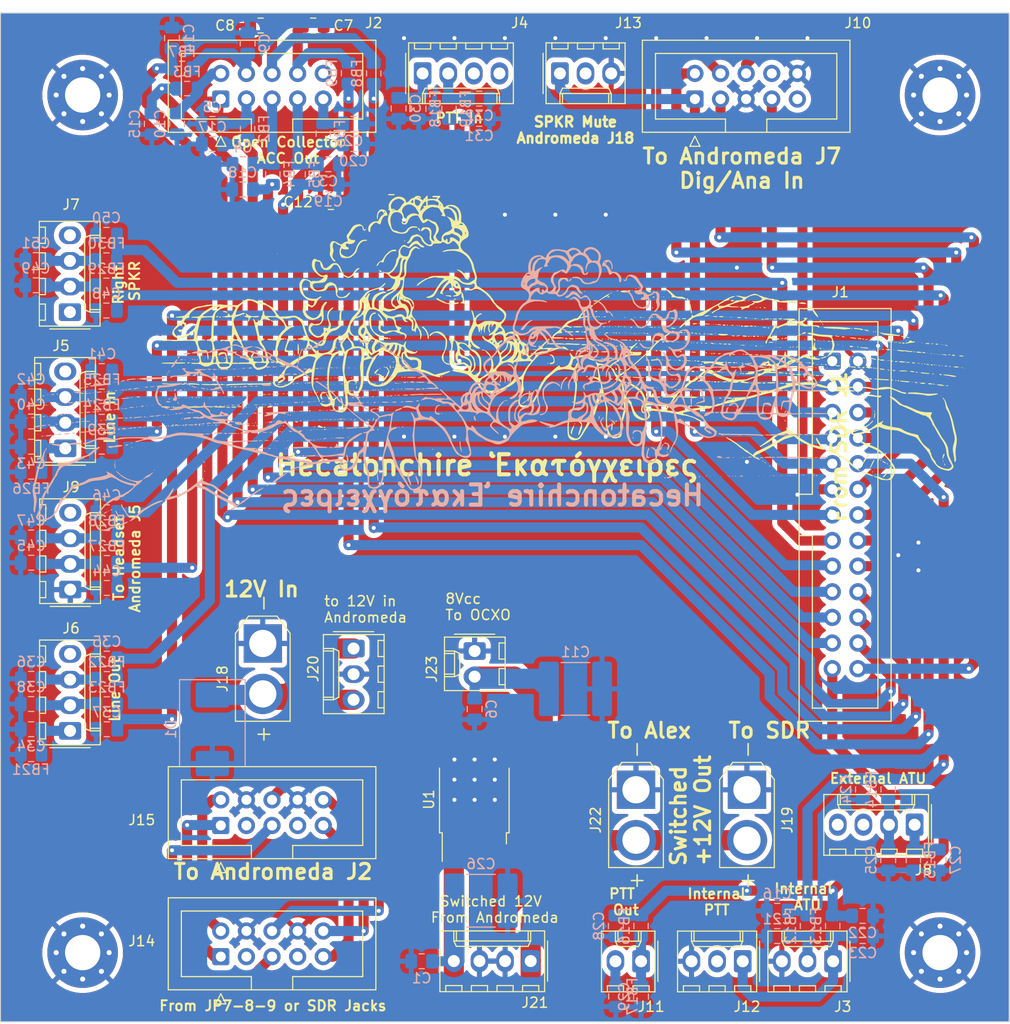
<source format=kicad_pcb>
(kicad_pcb (version 20221018) (generator pcbnew)
  (layers (0 "F.Cu" signal) (31 "B.Cu" signal) (34 "B.Paste" user) (35 "F.Paste" user) (36 "B.SilkS" user "B.Silkscreen") (37 "F.SilkS" user "F.Silkscreen") (38 "B.Mask" user) (39 "F.Mask" user) (44 "Edge.Cuts" user))
  (net 0 "")
  (net 1 "Net-(J2-Pin_9)")
  (net 2 "GND")
  (net 3 "Net-(J2-Pin_7)")
  (net 4 "Net-(J2-Pin_5)")
  (net 5 "Net-(J2-Pin_3)")
  (net 6 "Net-(J2-Pin_8)")
  (net 7 "Net-(J2-Pin_6)")
  (net 8 "Net-(J2-Pin_4)")
  (net 9 "Net-(J2-Pin_2)")
  (net 10 "OC_OUT_1")
  (net 11 "OC_OUT_3")
  (net 12 "OC_OUT_5")
  (net 13 "OC_REF")
  (net 14 "TUNE_OUT ???")
  (net 15 "OC_OUT_6")
  (net 16 "OC_OUT_4")
  (net 17 "OC_OUT_2")
  (net 18 "OC_OUT_0")
  (net 19 "Net-(J3-Pin_2)")
  (net 20 "PTT_OUT")
  (net 21 "Net-(J12-Pin_1)")
  (net 22 "Net-(J8-Pin_2)")
  (net 23 "Net-(J8-Pin_1)")
  (net 24 "Net-(J11-Pin_1)")
  (net 25 "Net-(J4-Pin_1)")
  (net 26 "PTT_IN")
  (net 27 "Net-(J4-Pin_2)")
  (net 28 "Net-(J6-Pin_1)")
  (net 29 "L_LINE_OUT")
  (net 30 "Net-(J6-Pin_3)")
  (net 31 "R_LINE_OUT")
  (net 32 "Net-(J6-Pin_2)")
  (net 33 "R_LINE_IN")
  (net 34 "Net-(J5-Pin_2)")
  (net 35 "L_LINE_IN")
  (net 36 "Net-(J5-Pin_3)")
  (net 37 "Net-(J5-Pin_1)")
  (net 38 "R_HP_OUT")
  (net 39 "Net-(J9-Pin_2)")
  (net 40 "L_HP_OUT")
  (net 41 "Net-(J9-Pin_3)")
  (net 42 "RIGHT_SPKR")
  (net 43 "Net-(J7-Pin_2)")
  (net 44 "RIGHT_SPKR1")
  (net 45 "Net-(J7-Pin_3)")
  (net 46 "Net-(J11-Pin_2)")
  (net 47 "DIG IN 1")
  (net 48 "ANA_IN_1")
  (net 49 "ANA_IN_2")
  (net 50 "DIG_IN_4")
  (net 51 "DIG IN 2")
  (net 52 "DIG_IN3")
  (net 67 "Net-(J14-Pin_1)")
  (net 68 "Net-(J14-Pin_2)")
  (net 70 "Net-(J14-Pin_5)")
  (net 71 "Net-(J14-Pin_6)")
  (net 73 "Net-(J14-Pin_9)")
  (net 74 "Net-(J14-Pin_10)")
  (net 77 "Net-(J19-Pin_2)")
  (net 78 "Net-(J23-Pin_2)")
  (net 79 "Net-(D1-K)")
  (footprint "Connector_IDC:IDC-Header_2x05_P2.54mm_Vertical" (layer "F.Cu") (at 131.84 140.54 90)
    (fp_text reference "J15")
    (fp_text value "to Andromeda J2")
  )
  (footprint "Connector_Molex:Molex_KK-254_AE-6410-03A_1x03_P2.54mm_Vertical" (layer "F.Cu") (at 145 123 -90)
    (fp_text reference "J20")
    (fp_text value "to 12V Andromeda in")
  )
  (footprint "MountingHole:MountingHole_3.5mm_Pad_Via" (layer "F.Cu") (at 118.143845 153.143845)
    (fp_text reference "H3" hide)
    (fp_text value "MountingHole_Pad")
  )
  (footprint "Connector_AMASS:AMASS_XT30U-F_1x02_P5.0mm_Vertical" (layer "F.Cu") (at 184 137 -90)
    (fp_text reference "J19")
    (fp_text value "To SDR")
  )
  (footprint "Capacitor_SMD:C_0805_2012Metric_Pad1.18x1.45mm_HandSolder" (layer "F.Cu") (at 148.75 78.75)
    (fp_text reference "C13")
    (fp_text value "10n")
  )
  (footprint "Connector_Molex:Molex_KK-254_AE-6410-04A_1x04_P2.54mm_Vertical" (layer "F.Cu") (at 116.9175 117.16 90)
    (fp_text reference "J9")
    (fp_text value "Headphone front plate")
  )
  (footprint "Connector_IDC:IDC-Header_2x13_P2.54mm_Vertical" (layer "F.Cu") (at 192.46 94.52)
    (fp_text reference "J1")
    (fp_text value "Conn from SDR J1")
  )
  (footprint "MountingHole:MountingHole_3.5mm_Pad_Via" (layer "F.Cu") (at 203.143845 68.143845)
    (fp_text reference "H1" hide)
    (fp_text value "MountingHole_Pad")
  )
  (footprint "Package_TO_SOT_SMD:TO-252-3_TabPin2" (layer "F.Cu") (at 156.97 137.96 90)
    (fp_text reference "U1")
    (fp_text value "L7808")
  )
  (footprint "Connector_Molex:Molex_KK-254_AE-6410-04A_1x04_P2.54mm_Vertical" (layer "F.Cu") (at 200.62 140.4625 180)
    (fp_text reference "J8")
    (fp_text value "Tune Ext ATU")
  )
  (footprint "Connector_Molex:Molex_KK-254_AE-6410-04A_1x04_P2.54mm_Vertical" (layer "F.Cu") (at 116.88 89.66 90)
    (fp_text reference "J7")
    (fp_text value "Right SPKR")
  )
  (footprint "Connector_AMASS:AMASS_XT30U-F_1x02_P5.0mm_Vertical" (layer "F.Cu") (at 136 122.5 -90)
    (fp_text reference "J18")
    (fp_text value "Conn_01x02_Socket")
  )
  (footprint "Connector_AMASS:AMASS_XT30U-F_1x02_P5.0mm_Vertical" (layer "F.Cu") (at 173 137 -90)
    (fp_text reference "J22")
    (fp_text value "To Alexandrie")
  )
  (footprint "Connector_Molex:Molex_KK-254_AE-6410-03A_1x03_P2.54mm_Vertical" (layer "F.Cu") (at 192.54 154 180)
    (fp_text reference "J3")
    (fp_text value "ATU Int")
  )
  (footprint "Connector_Molex:Molex_KK-254_AE-6410-04A_1x04_P2.54mm_Vertical" (layer "F.Cu") (at 162.56 153.98 180)
    (fp_text reference "J21")
    (fp_text value "Switched 12V From Andromeda")
  )
  (footprint "Capacitor_SMD:C_0805_2012Metric_Pad1.18x1.45mm_HandSolder" (layer "F.Cu") (at 141 61.25)
    (fp_text reference "C7")
    (fp_text value "10n")
  )
  (footprint "Connector_IDC:IDC-Header_2x05_P2.54mm_Vertical" (layer "F.Cu") (at 131.84 153.54 90)
    (fp_text reference "J14")
    (fp_text value "Jack_in/out")
  )
  (footprint "Capacitor_SMD:C_0805_2012Metric_Pad1.18x1.45mm_HandSolder" (layer "F.Cu") (at 142.75 78.75 180)
    (fp_text reference "C12")
    (fp_text value "10n")
  )
  (footprint "lib:hecatonghire" (layer "F.Cu") (at 166 92)
    (fp_text reference "G***" hide)
    (fp_text value "LOGO" hide)
  )
  (footprint "MountingHole:MountingHole_3.5mm_Pad_Via" (layer "F.Cu") (at 203.143845 153.143845)
    (fp_text reference "H4" hide)
    (fp_text value "MountingHole_Pad")
  )
  (footprint "MountingHole:MountingHole_3.5mm_Pad_Via" (layer "F.Cu") (at 118.143845 68.143845)
    (fp_text reference "H2" hide)
    (fp_text value "MountingHole_Pad")
  )
  (footprint "Connector_IDC:IDC-Header_2x05_P2.54mm_Vertical" (layer "F.Cu") (at 131.84 68.54 90)
    (fp_text reference "J2")
    (fp_text value "ACC Out")
  )
  (footprint "Connector_Molex:Molex_KK-254_AE-6410-03A_1x03_P2.54mm_Vertical" (layer "F.Cu") (at 165.46 66)
    (fp_text reference "J13")
    (fp_text value "SPKR Mute")
  )
  (footprint "Capacitor_SMD:C_0805_2012Metric_Pad1.18x1.45mm_HandSolder" (layer "F.Cu") (at 135.7875 61.25 180)
    (fp_text reference "C8")
    (fp_text value "10n")
  )
  (footprint "Connector_Molex:Molex_KK-254_AE-6410-02A_1x02_P2.54mm_Vertical" (layer "F.Cu") (at 157 123.25 -90)
    (fp_text reference "J23")
    (fp_text value "To OCXO")
  )
  (footprint "Connector_IDC:IDC-Header_2x05_P2.54mm_Vertical" (layer "F.Cu") (at 178.84 68.54 90)
    (fp_text reference "J10")
    (fp_text value "To Andromeda J7")
  )
  (footprint "Connector_Molex:Molex_KK-254_AE-6410-04A_1x04_P2.54mm_Vertical" (layer "F.Cu") (at 116.8975 131.16 90)
    (fp_text reference "J6")
    (fp_text value "Line Out")
  )
  (footprint "Connector_Molex:Molex_KK-254_AE-6410-02A_1x02_P2.54mm_Vertical" (layer "F.Cu") (at 173.5 154 180)
    (fp_text reference "J11")
    (fp_text value "PTT Out")
  )
  (footprint "Connector_Molex:Molex_KK-254_AE-6410-03A_1x03_P2.54mm_Vertical" (layer "F.Cu") (at 183.58 154 180)
    (fp_text reference "J12")
    (fp_text value "PTT Int")
  )
  (footprint "Connector_Molex:Molex_KK-254_AE-6410-04A_1x04_P2.54mm_Vertical" (layer "F.Cu") (at 151.8425 66)
    (fp_text reference "J4")
    (fp_text value "PTT In")
  )
  (footprint "Connector_Molex:Molex_KK-254_AE-6410-04A_1x04_P2.54mm_Vertical" (layer "F.Cu") (at 116.4175 103.16 90)
    (fp_text reference "J5")
    (fp_text value "Line In")
  )
  (footprint "Capacitor_SMD:C_0805_2012Metric_Pad1.18x1.45mm_HandSolder" (layer "B.Cu") (at 113.5 87 180)
    (fp_text reference "C49")
    (fp_text value "10n")
  )
  (footprint "Inductor_SMD:L_0805_2012Metric_Pad1.15x1.40mm_HandSolder" (layer "B.Cu") (at 113.0375 133.5)
    (fp_text reference "FB21")
    (fp_text value "fb0805")
  )
  (footprint "Inductor_SMD:L_0805_2012Metric_Pad1.15x1.40mm_HandSolder" (layer "B.Cu") (at 120.5 84.5 180)
    (fp_text reference "FB30")
    (fp_text value "fb0805")
  )
  (footprint "Inductor_SMD:L_0805_2012Metric_Pad1.15x1.40mm_HandSolder" (layer "B.Cu") (at 190 150.5 -90)
    (fp_text reference "FB12")
    (fp_text value "fb0805")
  )
  (footprint "Capacitor_SMD:C_0805_2012Metric_Pad1.18x1.45mm_HandSolder" (layer "B.Cu") (at 142.5 77)
    (fp_text reference "C19")
    (fp_text value "10n")
  )
  (footprint "Inductor_SMD:L_0805_2012Metric_Pad1.15x1.40mm_HandSolder" (layer "B.Cu") (at 154.4625 69.5 90)
    (fp_text reference "FB19")
    (fp_text value "fb0805")
  )
  (footprint "Capacitor_SMD:C_0805_2012Metric_Pad1.18x1.45mm_HandSolder" (layer "B.Cu") (at 113.0375 126 180)
    (fp_text reference "C36")
    (fp_text value "10n")
  )
  (footprint "Capacitor_SMD:C_2220_5650Metric_Pad1.97x5.40mm_HandSolder" (layer "B.Cu") (at 157.6375 148 180)
    (fp_text reference "C26")
    (fp_text value "C_Polarized_Small")
  )
  (footprint "Capacitor_SMD:C_0805_2012Metric_Pad1.18x1.45mm_HandSolder" (layer "B.Cu") (at 113.5 84.5 180)
    (fp_text reference "C51")
    (fp_text value "10n")
  )
  (footprint "Capacitor_SMD:C_0805_2012Metric_Pad1.18x1.45mm_HandSolder" (layer "B.Cu") (at 145 73)
    (fp_text reference "C20")
    (fp_text value "10n")
  )
  (footprint "Capacitor_SMD:C_0805_2012Metric_Pad1.18x1.45mm_HandSolder" (layer "B.Cu") (at 131 71 180)
    (fp_text reference "C5")
    (fp_text value "10n")
  )
  (footprint "Capacitor_SMD:C_0805_2012Metric_Pad1.18x1.45mm_HandSolder" (layer "B.Cu") (at 120.5 89.5 180)
    (fp_text reference "C48")
    (fp_text value "10n")
  )
  (footprint "Inductor_SMD:L_0805_2012Metric_Pad1.15x1.40mm_HandSolder" (layer "B.Cu") (at 200.5 143.9625 90)
    (fp_text reference "FB15")
    (fp_text value "fb0805")
  )
  (footprint "Capacitor_SMD:C_0805_2012Metric_Pad1.18x1.45mm_HandSolder" (layer "B.Cu") (at 113.0375 98 180)
    (fp_text reference "C42")
    (fp_text value "10n")
  )
  (footprint "Capacitor_SMD:C_0805_2012Metric_Pad1.18x1.45mm_HandSolder" (layer "B.Cu") (at 173.5 157.5 -90)
    (fp_text reference "C29")
    (fp_text value "10n")
  )
  (footprint "Inductor_SMD:L_0805_2012Metric_Pad1.15x1.40mm_HandSolder" (layer "B.Cu") (at 120.5375 112 180)
    (fp_text reference "FB28")
    (fp_text value "fb0805")
  )
  (footprint "Capacitor_SMD:C_0805_2012Metric_Pad1.18x1.45mm_HandSolder" (layer "B.Cu") (at 120.5375 109.5 180)
    (fp_text reference "C46")
    (fp_text value "10n")
  )
  (footprint "Capacitor_SMD:C_0805_2012Metric_Pad1.18x1.45mm_HandSolder" (layer "B.Cu") (at 120.5 82 180)
    (fp_text reference "C50")
    (fp_text value "10n")
  )
  (footprint "Capacitor_SMD:C_0805_2012Metric_Pad1.18x1.45mm_HandSolder" (layer "B.Cu") (at 145 71)
    (fp_text reference "C2")
    (fp_text value "10n")
  )
  (footprint "Capacitor_SMD:C_0805_2012Metric_Pad1.18x1.45mm_HandSolder" (layer "B.Cu") (at 134 77.5 180)
    (fp_text reference "C18")
    (fp_text value "10n")
  )
  (footprint "Capacitor_SMD:C_0805_2012Metric_Pad1.18x1.45mm_HandSolder" (layer "B.Cu") (at 120.5375 124 180)
    (fp_text reference "C35")
    (fp_text value "10n")
  )
  (footprint "Capacitor_SMD:C_0805_2012Metric_Pad1.18x1.45mm_HandSolder" (layer "B.Cu") (at 134.5 63 90)
    (fp_text reference "C9")
    (fp_text value "10n")
  )
  (footprint "Capacitor_SMD:C_0805_2012Metric_Pad1.18x1.45mm_HandSolder" (layer "B.Cu") (at 157 129 90)
    (fp_text reference "C6")
    (fp_text value "C_Small")
  )
  (footprint "Inductor_SMD:L_0805_2012Metric_Pad1.15x1.40mm_HandSolder" (layer "B.Cu") (at 120.5375 114.5 180)
    (fp_text reference "FB27")
    (fp_text value "fb0805")
  )
  (footprint "Capacitor_SMD:C_0805_2012Metric_Pad1.18x1.45mm_HandSolder" (layer "B.Cu") (at 113.0375 128.5 180)
    (fp_text reference "C38")
    (fp_text value "10n")
  )
  (footprint "Inductor_SMD:L_0805_2012Metric_Pad1.15x1.40mm_HandSolder" (layer "B.Cu") (at 128 65.5 180)
    (fp_text reference "FB7")
    (fp_text value "fb0805")
  )
  (footprint "Capacitor_SMD:C_0805_2012Metric_Pad1.18x1.45mm_HandSolder" (layer "B.Cu") (at 120.0375 95.5 180)
    (fp_text reference "C41")
    (fp_text value "10n")
  )
  (footprint "Capacitor_SMD:C_0805_2012Metric_Pad1.18x1.45mm_HandSolder" (layer "B.Cu") (at 113.0375 114.5 180)
    (fp_text reference "C45")
    (fp_text value "10n")
  )
  (footprint "Capacitor_SMD:C_0805_2012Metric_Pad1.18x1.45mm_HandSolder" (layer "B.Cu") (at 120.0375 103 180)
    (fp_text reference "C39")
    (fp_text value "10n")
  )
  (footprint "Inductor_SMD:L_0805_2012Metric_Pad1.15x1.40mm_HandSolder" (layer "B.Cu") (at 137 76 90)
    (fp_text reference "FB4")
    (fp_text value "fb0805")
  )
  (footprint "Capacitor_SMD:C_0805_2012Metric_Pad1.18x1.45mm_HandSolder" (layer "B.Cu") (at 195.4625 149.5)
    (fp_text reference "C22")
    (fp_text value "10n")
  )
  (footprint "Capacitor_SMD:C_0805_2012Metric_Pad1.18x1.45mm_HandSolder" (layer "B.Cu") (at 120.5375 117 180)
    (fp_text reference "C44")
    (fp_text value "10n")
  )
  (footprint "Capacitor_SMD:C_0805_2012Metric_Pad1.18x1.45mm_HandSolder" (layer "B.Cu") (at 142.5 75)
    (fp_text reference "C3")
    (fp_text value "10n")
  )
  (footprint "Inductor_SMD:L_0805_2012Metric_Pad1.15x1.40mm_HandSolder" (layer "B.Cu") (at 147 66 -90)
    (fp_text reference "FB8")
    (fp_text value "fb0805")
  )
  (footprint "Capacitor_SMD:C_0805_2012Metric_Pad1.18x1.45mm_HandSolder" (layer "B.Cu") (at 187 149 180)
    (fp_text reference "C16")
    (fp_text value "10n")
  )
  (footprint "Capacitor_SMD:C_2220_5650Metric_Pad1.97x5.40mm_HandSolder" (layer "B.Cu") (at 167 127 180)
    (fp_text reference "C11")
    (fp_text value "C_Polarized_Small")
  )
  (footprint "Inductor_SMD:L_0805_2012Metric_Pad1.15x1.40mm_HandSolder" (layer "B.Cu") (at 198 136.9625 -90)
    (fp_text reference "FB14")
    (fp_text value "fb0805")
  )
  (footprint "Capacitor_SMD:C_0805_2012Metric_Pad1.18x1.45mm_HandSolder" (layer "B.Cu") (at 125 71 -90)
    (fp_text reference "C15")
    (fp_text value "10n")
  )
  (footprint "Inductor_SMD:L_0805_2012Metric_Pad1.15x1.40mm_HandSolder" (layer "B.Cu") (at 120.0375 100.5 180)
    (fp_text reference "FB24")
    (fp_text value "fb0805")
  )
  (footprint "Inductor_SMD:L_0805_2012Metric_Pad1.15x1.40mm_HandSolder" (layer "B.Cu") (at 120.0375 98 180)
    (fp_text reference "FB25")
    (fp_text value "fb0805")
  )
  (footprint "Capacitor_SMD:C_0805_2012Metric_Pad1.18x1.45mm_HandSolder" (layer "B.Cu") (at 127 62.5 90)
    (fp_text reference "C14")
    (fp_text value "10n")
  )
  (footprint "Inductor_SMD:L_0805_2012Metric_Pad1.15x1.40mm_HandSolder" (layer "B.Cu") (at 142 71.975 90)
    (fp_text reference "FB6")
    (fp_text value "fb0805")
  )
  (footprint "Inductor_SMD:L_0805_2012Metric_Pad1.15x1.40mm_HandSolder" (layer "B.Cu") (at 151.4625 69.5 90)
    (fp_text reference "FB18")
    (fp_text value "fb0805")
  )
  (footprint "Capacitor_SMD:C_0805_2012Metric_Pad1.18x1.45mm_HandSolder" (layer "B.Cu") (at 113.0375 112 180)
    (fp_text reference "C47")
    (fp_text value "10n")
  )
  (footprint "Capacitor_SMD:C_0805_2012Metric_Pad1.18x1.45mm_HandSolder" (layer "B.Cu") (at 113.0375 100.5 180)
    (fp_text reference "C40")
    (fp_text value "10n")
  )
  (footprint "Capacitor_SMD:C_0805_2012Metric_Pad1.18x1.45mm_HandSolder" (layer "B.Cu") (at 134.0375 75 180)
    (fp_text reference "C4")
    (fp_text value "10n")
  )
  (footprint "Capacitor_SMD:C_0805_2012Metric_Pad1.18x1.45mm_HandSolder" (layer "B.Cu") (at 151.75 154)
    (fp_text reference "C1")
    (fp_text value "C_Small")
  )
  (footprint "Inductor_SMD:L_0805_2012Metric_Pad1.15x1.40mm_HandSolder" (layer "B.Cu") (at 192.5 150.5 -90)
    (fp_text reference "FB13")
    (fp_text value "fb0805")
  )
  (footprint "Capacitor_SMD:C_0805_2012Metric_Pad1.18x1.45mm_HandSolder" (layer "B.Cu") (at 203 143.9625 90)
    (fp_text reference "C27")
    (fp_text value "10n")
  )
  (footprint "Inductor_SMD:L_0805_2012Metric_Pad1.15x1.40mm_HandSolder" (layer "B.Cu") (at 120.5 87 180)
    (fp_text reference "FB29")
    (fp_text value "fb0805")
  )
  (footprint "Inductor_SMD:L_0805_2012Metric_Pad1.15x1.40mm_HandSolder" (layer "B.Cu") (at 144.5 65.975 -90)
    (fp_text reference "FB9")
    (fp_text value "fb0805")
  )
  (footprint "Inductor_SMD:L_0805_2012Metric_Pad1.15x1.40mm_HandSolder" (layer "B.Cu") (at 171 157.475 90)
    (fp_text reference "FB17")
    (fp_text value "fb0805")
  )
  (footprint "Inductor_SMD:L_0805_2012Metric_Pad1.15x1.40mm_HandSolder" (layer "B.Cu") (at 113.0375 105.5)
    (fp_text reference "FB26")
    (fp_text value "fb0805")
  )
  (footprint "Inductor_SMD:L_0805_2012Metric_Pad1.15x1.40mm_HandSolder" (layer "B.Cu") (at 173.5 150.5 -90)
    (fp_text reference "FB16")
    (fp_text value "fb0805")
  )
  (footprint "Capacitor_SMD:C_0805_2012Metric_Pad1.18x1.45mm_HandSolder" (layer "B.Cu") (at 131 73 180)
    (fp_text reference "C17")
    (fp_text value "10n")
  )
  (footprint "Inductor_SMD:L_0805_2012Metric_Pad1.15x1.40mm_HandSolder" (layer "B.Cu") (at 134.5 71.5 90)
    (fp_text reference "FB2")
    (fp_text value "fb0805")
  )
  (footprint "Capacitor_SMD:C_0805_2012Metric_Pad1.18x1.45mm_HandSolder" (layer "B.Cu") (at 149.4625 69.4625 90)
    (fp_text reference "C30")
    (fp_text value "10n")
  )
  (footprint "Inductor_SMD:L_0805_2012Metric_Pad1.15x1.40mm_HandSolder" (layer "B.Cu") (at 139.5 76 90)
    (fp_text reference "FB5")
    (fp_text value "fb0805")
  )
  (footprint "Inductor_SMD:L_0805_2012Metric_Pad1.15x1.40mm_HandSolder" (layer "B.Cu") (at 120.5375 126 180)
    (fp_text reference "FB22")
    (fp_text value "fb0805")
  )
  (footprint "Capacitor_SMD:C_0805_2012Metric_Pad1.18x1.45mm_HandSolder" (layer "B.Cu") (at 120.5375 131 180)
    (fp_text reference "C37")
    (fp_text value "10n")
  )
  (footprint "Capacitor_SMD:C_0805_2012Metric_Pad1.18x1.45mm_HandSolder" (layer "B.Cu") (at 127.5 71 -90)
    (fp_text reference "C10")
    (fp_text value "10n")
  )
  (footprint "Capacitor_SMD:C_0805_2012Metric_Pad1.18x1.45mm_HandSolder" (layer "B.Cu") (at 195.5 136.9625 -90)
    (fp_text reference "C24")
    (fp_text value "10n")
  )
  (footprint "Capacitor_SMD:C_0805_2012Metric_Pad1.18x1.45mm_HandSolder" (layer "B.Cu") (at 157.4625 70.5)
    (fp_text reference "C31")
    (fp_text value "10n")
  )
  (footprint "Capacitor_SMD:C_0805_2012Metric_Pad1.18x1.45mm_HandSolder" (layer "B.Cu") (at 187 151.5 180)
    (fp_text reference "C21")
    (fp_text value "10n")
  )
  (footprint "Capacitor_SMD:C_0805_2012Metric_Pad1.18x1.45mm_HandSolder" (layer "B.Cu") (at 171 150.5 -90)
    (fp_text reference "C28")
    (fp_text value "10n")
  )
  (footprint "Inductor_SMD:L_0805_2012Metric_Pad1.15x1.40mm_HandSolder" (layer "B.Cu") (at 128.5 67.5 180)
    (fp_text reference "FB3")
    (fp_text value "fb0805")
  )
  (footprint "Capacitor_SMD:C_0805_2012Metric_Pad1.18x1.45mm_HandSolder" (layer "B.Cu") (at 113.0375 103)
    (fp_text reference "C43")
    (fp_text value "10n")
  )
  (footprint "Capacitor_SMD:C_0805_2012Metric_Pad1.18x1.45mm_HandSolder" (layer "B.Cu") (at 198 143.9625 -90)
    (fp_text reference "C25")
    (fp_text value "10n")
  )
  (footprint "Capacitor_SMD:C_0805_2012Metric_Pad1.18x1.45mm_HandSolder" (layer "B.Cu") (at 195.4625 151.5)
    (fp_text reference "C23")
    (fp_text value "10n")
  )
  (footprint "Diode_SMD:D_SMC" (layer "B.Cu") (at 131 131 -90)
    (fp_text reference "D1")
    (fp_text value "SS36")
  )
  (footprint "lib:hecatonghire" (layer "B.Cu") (at 152 97 180)
    (fp_text reference "G***" hide)
    (fp_text value "LOGO" hide)
  )
  (footprint "Capacitor_SMD:C_0805_2012Metric_Pad1.18x1.45mm_HandSolder" (layer "B.Cu") (at 157.4625 68.5)
    (fp_text reference "C32")
    (fp_text value "10n")
  )
  (footprint "Inductor_SMD:L_0805_2012Metric_Pad1.15x1.40mm_HandSolder" (layer "B.Cu") (at 120.5375 128.5 180)
    (fp_text reference "FB23")
    (fp_text value "fb0805")
  )
  (footprint "Capacitor_SMD:C_0805_2012Metric_Pad1.18x1.45mm_HandSolder" (layer "B.Cu") (at 113.0375 131)
    (fp_text reference "C34")
    (fp_text value "10n")
  )
  (gr_rect (start 110 60) (end 210 160) (stroke (width 0.1)) (fill none) (layer "Edge.Cuts"))
  (gr_text "Hecatonchire Ἑκατόγχειρες " (at 158 109) (layer "B.SilkS") (effects (font (size 2 2) (thickness 0.4) bold) (justify bottom mirror)))
  (gr_text "Hecatonchire Ἑκατόγχειρες " (at 159 106) (layer "F.SilkS") (effects (font (size 2 2) (thickness 0.4) bold) (justify bottom)))
  (gr_text "From JP7-8-9 or SDR Jacks" (at 137 159) (layer "F.SilkS") (effects (font (size 1 1) (thickness 0.2) bold) (justify bottom)))
  (gr_text "PTT \nOut" (at 172 149.5) (layer "F.SilkS") (effects (font (size 1 1) (thickness 0.2) bold) (justify bottom)))
  (gr_text "Switched 12V \nFrom Andromeda" (at 159 150.25) (layer "F.SilkS") (effects (font (size 1 1)) (justify bottom)))
  (gr_text "Line Out" (at 121.9175 127.07 90) (layer "F.SilkS") (effects (font (size 1 1) (thickness 0.2) bold) (justify bottom)))
  (gr_text "SPKR Mute\nAndromeda J18" (at 167 73) (layer "F.SilkS") (effects (font (size 1 1) (thickness 0.25) bold) (justify bottom)))
  (gr_text "Internal \nATU" (at 190 149) (layer "F.SilkS") (effects (font (size 1 1) (thickness 0.2) bold) (justify bottom)))
  (gr_text "Switched\n+12V Out" (at 180.5 144.71 90) (layer "F.SilkS") (effects (font (size 1.5 1.5) (thickness 0.3) bold) (justify left bottom)))
  (gr_text "To Andromeda J2" (at 127 146) (layer "F.SilkS") (effects (font (size 1.5 1.5) (thickness 0.3) bold) (justify left bottom)))
  (gr_text "To Headset\nAndromeda J5" (at 123.9175 114.07 90) (layer "F.SilkS") (effects (font (size 1 1) (thickness 0.2) bold) (justify bottom)))
  (gr_text "External ATU" (at 197 136.4625) (layer "F.SilkS") (effects (font (size 1 1) (thickness 0.2) bold) (justify bottom)))
  (gr_text "Internal\nPTT\n" (at 181 149.5) (layer "F.SilkS") (effects (font (size 1 1) (thickness 0.2) bold) (justify bottom)))
  (gr_text "To Alex" (at 170 132) (layer "F.SilkS") (effects (font (size 1.5 1.5) (thickness 0.3) bold) (justify left bottom)))
  (gr_text "Line In" (at 121.4175 100.07 90) (layer "F.SilkS") (effects (font (size 1 1) (thickness 0.2) bold) (justify bottom)))
  (gr_text "8Vcc\nTo OCXO\n\n" (at 154.01 121.87) (layer "F.SilkS") (effects (font (size 1 1)) (justify left bottom)))
  (gr_text "PTT In" (at 155.4625 71) (layer "F.SilkS") (effects (font (size 1 1) (thickness 0.2) bold) (justify bottom)))
  (gr_text "To SDR" (at 182 132) (layer "F.SilkS") (effects (font (size 1.5 1.5) (thickness 0.3) bold) (justify left bottom)))
  (gr_text "To Andromeda J7\nDig/Ana In" (at 183.5 77.5) (layer "F.SilkS") (effects (font (size 1.5 1.5) (thickness 0.3) bold) (justify bottom)))
  (gr_text "Open Collector\nACC Out" (at 138.5 75) (layer "F.SilkS") (effects (font (size 1 1) (thickness 0.2) bold) (justify bottom)))
  (gr_text "Right \nSPKR" (at 123.88 86.57 90) (layer "F.SilkS") (effects (font (size 1 1) (thickness 0.2) bold) (justify bottom)))
  (gr_text "to 12V in \nAndromeda " (at 142 120.5) (layer "F.SilkS") (effects (font (size 1 1)) (justify left bottom)))
  (gr_text "From SDR J1" (at 194 103 90) (layer "F.SilkS") (effects (font (size 1.5 1.5) (thickness 0.3) bold) (justify bottom)))
  (gr_text "12V In" (at 132 118) (layer "F.SilkS") (effects (font (size 1.5 1.5) (thickness 0.3) bold) (justify left bottom)))
  (segment (start 142 68.54) (end 142 70.95) (width 1) (layer "B.Cu") (net 1))
  (segment (start 142 70.95) (end 143.9125 70.95) (width 1) (layer "B.Cu") (net 1))
  (segment (start 143.9125 70.95) (end 143.9625 71) (width 1) (layer "B.Cu") (net 1))
  (segment (start 155 136) (end 157 136) (width 1) (layer "F.Cu") (net 2))
  (segment (start 157 134) (end 155 134) (width 1) (layer "F.Cu") (net 2))
  (segment (start 159 136) (end 159 134) (width 1) (layer "F.Cu") (net 2))
  (segment (start 157 138) (end 157 136) (width 1) (layer "F.Cu") (net 2))
  (segment (start 155 134) (end 155 136) (width 1) (layer "F.Cu") (net 2))
  (segment (start 157 138) (end 159 138) (width 1) (layer "F.Cu") (net 2))
  (segment (start 159 138) (end 159 136) (width 1) (layer "F.Cu") (net 2))
  (segment (start 159 134) (end 157 134) (width 1) (layer "F.Cu") (net 2))
  (segment (start 157 136) (end 159 136) (width 1) (layer "F.Cu") (net 2))
  (segment (start 157 134) (end 157 136) (width 1) (layer "F.Cu") (net 2))
  (segment (start 155 138) (end 157 138) (width 1) (layer "F.Cu") (net 2))
  (via (at 180 62.5) (size 0.8) (drill 0.4) (layers "F.Cu" "B.Cu") (net 2))
  (via (at 155 62.5) (size 0.8) (drill 0.4) (layers "F.Cu" "B.Cu") (net 2))
  (via (at 183 85.25) (size 0.8) (drill 0.4) (layers "F.Cu" "B.Cu") (net 2))
  (via (at 155 136) (size 0.8) (drill 0.4) (layers "F.Cu" "B.Cu") (net 2))
  (via (at 157 134) (size 0.8) (drill 0.4) (layers "F.Cu" "B.Cu") (net 2))
  (via (at 170 102) (size 0.8) (drill 0.4) (layers "F.Cu" "B.Cu") (net 2))
  (via (at 159 134) (size 0.8) (drill 0.4) (layers "F.Cu" "B.Cu") (net 2))
  (via (at 190 62.5) (size 0.8) (drill 0.4) (layers "F.Cu" "B.Cu") (net 2))
  (via (at 160 80) (size 0.8) (drill 0.4) (layers "F.Cu" "B.Cu") (net 2))
  (via (at 160 102) (size 0.8) (drill 0.4) (layers "F.Cu" "B.Cu") (net 2))
  (via (at 170 62.5) (size 0.8) (drill 0.4) (layers "F.Cu" "B.Cu") (net 2))
  (via (at 155 134) (size 0.8) (drill 0.4) (layers "F.Cu" "B.Cu") (net 2))
  (via (at 199 113.75) (size 0.8) (drill 0.4) (layers "F.Cu" "B.Cu") (net 2))
  (via (at 150 80.5) (size 0.8) (drill 0.4) (layers "F.Cu" "B.Cu") (net 2))
  (via (at 155 102) (size 0.8) (drill 0.4) (layers "F.Cu" "B.Cu") (net 2))
  (via (at 165 102) (size 0.8) (drill 0.4) (layers "F.Cu" "B.Cu") (net 2))
  (via (at 201 112.5) (size 0.8) (drill 0.4) (layers "F.Cu" "B.Cu") (net 2))
  (via (at 159 138) (size 0.8) (drill 0.4) (layers "F.Cu" "B.Cu") (net 2))
  (via (at 157 136) (size 0.8) (drill 0.4) (layers "F.Cu" "B.Cu") (net 2))
  (via (at 165 62.5) (size 0.8) (drill 0.4) (layers "F.Cu" "B.Cu") (net 2))
  (via (at 189 107.75) (size 0.8) (drill 0.4) (layers "F.Cu" "B.Cu") (net 2))
  (via (at 170 80) (size 0.8) (drill 0.4) (layers "F.Cu" "B.Cu") (net 2))
  (via (at 157 138) (size 0.8) (drill 0.4) (layers "F.Cu" "B.Cu") (net 2))
  (via (at 150 102) (size 0.8) (drill 0.4) (layers "F.Cu" "B.Cu") (net 2))
  (via (at 201 115.25) (size 0.8) (drill 0.4) (layers "F.Cu" "B.Cu") (net 2))
  (via (at 165 80) (size 0.8) (drill 0.4) (layers "F.Cu" "B.Cu") (net 2))
  (via (at 184 104.5) (size 0.8) (drill 0.4) (layers "F.Cu" "B.Cu") (net 2))
  (via (at 150 62.5) (size 0.8) (drill 0.4) (layers "F.Cu" "B.Cu") (net 2))
  (via (at 175 62.5) (size 0.8) (drill 0.4) (layers "F.Cu" "B.Cu") (net 2))
  (via (at 159 136) (size 0.8) (drill 0.4) (layers "F.Cu" "B.Cu") (net 2))
  (via (at 185 62.5) (size 0.8) (drill 0.4) (layers "F.Cu" "B.Cu") (net 2))
  (via (at 155 138) (size 0.8) (drill 0.4) (layers "F.Cu" "B.Cu") (net 2))
  (via (at 160 62.5) (size 0.8) (drill 0.4) (layers "F.Cu" "B.Cu") (net 2))
  (segment (start 139.46 68.54) (end 139.46 74.935) (width 1) (layer "B.Cu") (net 3))
  (segment (start 139.46 74.935) (end 139.5 74.975) (width 1) (layer "B.Cu") (net 3))
  (segment (start 139.5 74.975) (end 141.4375 74.975) (width 1) (layer "B.Cu") (net 3))
  (segment (start 141.4375 74.975) (end 141.4625 75) (width 1) (layer "B.Cu") (net 3))
  (segment (start 136.92 68.54) (end 136.92 74.895) (width 1) (layer "B.Cu") (net 4))
  (segment (start 137 74.975) (end 135.1 74.975) (width 1) (layer "B.Cu") (net 4))
  (segment (start 135.1 74.975) (end 135.075 75) (width 1) (layer "B.Cu") (net 4))
  (segment (start 136.92 74.895) (end 137 74.975) (width 1) (layer "B.Cu") (net 4))
  (segment (start 134.38 68.54) (end 134.38 70.355) (width 1) (layer "B.Cu") (net 5))
  (segment (start 132.0375 71) (end 133.975 71) (width 1) (layer "B.Cu") (net 5))
  (segment (start 134.38 70.355) (end 134.5 70.475) (width 1) (layer "B.Cu") (net 5))
  (segment (start 133.975 71) (end 134.5 70.475) (width 1) (layer "B.Cu") (net 5))
  (segment (start 139.46 66) (end 139.46 61.7525) (width 1) (layer "F.Cu") (net 6))
  (segment (start 139.46 61.7525) (end 139.9625 61.25) (width 1) (layer "F.Cu") (net 6))
  (segment (start 139.46 66) (end 139.46 65.02) (width 1) (layer "B.Cu") (net 6))
  (segment (start 140.48 64) (end 143.55 64) (width 1) (layer "B.Cu") (net 6))
  (segment (start 143.55 64) (end 144.5 64.95) (width 1) (layer "B.Cu") (net 6))
  (segment (start 139.46 65.02) (end 140.48 64) (width 1) (layer "B.Cu") (net 6))
  (segment (start 136.92 61.345) (end 136.825 61.25) (width 1) (layer "F.Cu") (net 7))
  (segment (start 136.92 66) (end 136.92 61.345) (width 1) (layer "F.Cu") (net 7))
  (segment (start 139 62.5) (end 145 62.5) (width 1) (layer "B.Cu") (net 7))
  (segment (start 145 62.5) (end 147 64.5) (width 1) (layer "B.Cu") (net 7))
  (segment (start 147 64.5) (end 147 64.975) (width 1) (layer "B.Cu") (net 7))
  (segment (start 136.92 64.58) (end 139 62.5) (width 1) (layer "B.Cu") (net 7))
  (segment (start 136.92 66) (end 136.92 64.58) (width 1) (layer "B.Cu") (net 7))
  (segment (start 134.38 66) (end 134.38 64.1575) (width 1) (layer "B.Cu") (net 8))
  (segment (start 129.025 65.475) (end 130.5 64) (width 1) (layer "B.Cu") (net 8))
  (segment (start 130.5 64) (end 133 64) (width 1) (layer "B.Cu") (net 8))
  (segment (start 133 64) (end 134.38 65.38) (width 1) (layer "B.Cu") (net 8))
  (segment (start 134.38 65.38) (end 134.38 66) (width 1) (layer "B.Cu") (net 8))
  (segment (start 129.025 65.5) (end 129.025 65.475) (width 1) (layer "B.Cu") (net 8))
  (segment (start 134.38 64.1575) (end 134.5 64.0375) (width 1) (layer "B.Cu") (net 8))
  (segment (start 127.5 69.9625) (end 129.525 67.9375) (width 1) (layer "B.Cu") (net 9))
  (segment (start 131.84 66) (end 131.025 66) (width 1) (layer "B.Cu") (net 9))
  (segment (start 129.525 67.9375) (end 129.525 67.5) (width 1) (layer "B.Cu") (net 9))
  (segment (start 131.025 66) (end 129.525 67.5) (width 1) (layer "B.Cu") (net 9))
  (segment (start 195 114.84) (end 197.34 114.84) (width 1) (layer "F.Cu") (net 10))
  (segment (start 197.34 114.84) (end 202 119.5) (width 1) (layer "F.Cu") (net 10))
  (segment (start 143.7875 78.75) (end 143.999999 78.75) (width 0.25) (layer "F.Cu") (net 10))
  (segment (start 202 119.5) (end 202 131.5) (width 1) (layer "F.Cu") (net 10))
  (segment (start 144.499999 68.499999) (end 144.499999 78.25) (width 1) (layer "F.Cu") (net 10))
  (segment (start 144.499999 112.749999) (end 144.5 112.75) (width 1) (layer "F.Cu") (net 10))
  (segment (start 144.499999 78.25) (end 144.499999 112.749999) (width 1) (layer "F.Cu") (net 10))
  (segment (start 143.999999 78.75) (end 144.499999 78.25) (width 0.25) (layer "F.Cu") (net 10))
  (via (at 144.499999 68.499999) (size 0.8) (drill 0.4) (layers "F.Cu" "B.Cu") (net 10))
  (via (at 144.5 112.75) (size 0.8) (drill 0.4) (layers "F.Cu" "B.Cu") (net 10))
  (via (at 202 131.5) (size 0.8) (drill 0.4) (layers "F.Cu" "B.Cu") (net 10))
  (segment (start 191 132.5) (end 186.25 127.75) (width 1) (layer "B.Cu") (net 10))
  (segment (start 144.5 67) (end 144.5 68.499998) (width 1) (layer "B.Cu") (net 10))
  (segment (start 186.25 125.5) (end 173.5 112.75) (width 1) (layer "B.Cu") (net 10))
  (segment (start 173.5 112.75) (end 144.5 112.75) (width 1) (layer "B.Cu") (net 10))
  (segment (start 186.25 127.75) (end 186.25 125.5) (width 1) (layer "B.Cu") (net 10))
  (segment (start 202 131.5) (end 201 132.5) (width 1) (layer "B.Cu") (net 10))
  (segment (start 144.5 68.499998) (end 144.499999 68.499999) (width 1) (layer "B.Cu") (net 10))
  (segment (start 201 132.5) (end 191 132.5) (width 1) (layer "B.Cu") (net 10))
  (segment (start 147.5 78.75) (end 147 78.25) (width 0.25) (layer "F.Cu") (net 11))
  (segment (start 147 78.25) (end 147 111.0505) (width 1) (layer "F.Cu") (net 11))
  (segment (start 195 117.38) (end 200.75 123.13) (width 1) (layer "F.Cu") (net 11))
  (segment (start 147 68.5) (end 147 78.25) (width 1) (layer "F.Cu") (net 11))
  (segment (start 200.75 123.13) (end 200.75 129.75) (width 1) (layer "F.Cu") (net 11))
  (segment (start 147.7125 78.75) (end 147.5 78.75) (width 0.25) (layer "F.Cu") (net 11))
  (via (at 200.75 129.75) (size 0.8) (drill 0.4) (layers "F.Cu" "B.Cu") (net 11))
  (via (at 147 111.0505) (size 0.8) (drill 0.4) (layers "F.Cu" "B.Cu") (net 11))
  (via (at 147 68.5) (size 0.8) (drill 0.4) (layers "F.Cu" "B.Cu") (net 11))
  (segment (start 191.25 131) (end 187.5 127.25) (width 1) (layer "B.Cu") (net 11))
  (segment (start 147 67.025) (end 147 68.5) (width 1) (layer "B.Cu") (net 11))
  (segment (start 187.5 125) (end 173.5 111) (width 1) (layer "B.Cu") (net 11))
  (segment (start 147.0505 111) (end 147 111.0505) (width 1) (layer "B.Cu") (net 11))
  (segment (start 199.5 131) (end 191.25 131) (width 1) (layer "B.Cu") (net 11))
  (segment (start 200.75 129.75) (end 199.5 131) (width 1) (layer "B.Cu") (net 11))
  (segment (start 173.5 111) (end 147.0505 111) (width 1) (layer "B.Cu") (net 11))
  (segment (start 187.5 127.25) (end 187.5 125) (width 1) (layer "B.Cu") (net 11))
  (segment (start 199.5 124.42) (end 199.5 128.5) (width 1) (layer "F.Cu") (net 12))
  (segment (start 132 109.5) (end 132.5 110) (width 1) (layer "F.Cu") (net 12))
  (segment (start 132 76.5) (end 132 109.5) (width 1) (layer "F.Cu") (net 12))
  (segment (start 124.5 66.5) (end 124.5 69) (width 1) (layer "F.Cu") (net 12))
  (segment (start 125.5 65.5) (end 124.5 66.5) (width 1) (layer "F.Cu") (net 12))
  (segment (start 124.5 69) (end 132 76.5) (width 1) (layer "F.Cu") (net 12))
  (segment (start 195 119.92) (end 199.5 124.42) (width 1) (layer "F.Cu") (net 12))
  (via (at 199.5 128.5) (size 0.8) (drill 0.4) (layers "F.Cu" "B.Cu") (net 12))
  (via (at 125.5 65.5) (size 0.8) (drill 0.4) (layers "F.Cu" "B.Cu") (net 12))
  (via (at 132.5 110) (size 0.8) (drill 0.4) (layers "F.Cu" "B.Cu") (net 12))
  (segment (start 126.975 65.5) (end 126.975 63.5625) (width 1) (layer "B.Cu") (net 12))
  (segment (start 126.975 63.5625) (end 127 63.5375) (width 1) (layer "B.Cu") (net 12))
  (segment (start 174.19635 109.75) (end 188.75 124.30365) (width 1) (layer "B.Cu") (net 12))
  (segment (start 132.75 109.75) (end 174.19635 109.75) (width 1) (layer "B.Cu") (net 12))
  (segment (start 126.975 65.5) (end 125.5 65.5) (width 1) (layer "B.Cu") (net 12))
  (segment (start 188.75 124.30365) (end 188.75 126.75) (width 1) (layer "B.Cu") (net 12))
  (segment (start 188.75 126.75) (end 191.75 129.75) (width 1) (layer "B.Cu") (net 12))
  (segment (start 191.75 129.75) (end 198.25 129.75) (width 1) (layer "B.Cu") (net 12))
  (segment (start 198.25 129.75) (end 199.5 128.5) (width 1) (layer "B.Cu") (net 12))
  (segment (start 132.5 110) (end 132.75 109.75) (width 1) (layer "B.Cu") (net 12))
  (segment (start 195 122.46) (end 198.25 125.71) (width 1) (layer "F.Cu") (net 13))
  (segment (start 198.25 125.71) (end 198.25 127.25) (width 1) (layer "F.Cu") (net 13))
  (segment (start 126.000001 68.000001) (end 126.000001 67.499999) (width 1) (layer "F.Cu") (net 13))
  (segment (start 133.500001 75.500001) (end 126.000001 68.000001) (width 1) (layer "F.Cu") (net 13))
  (segment (start 133.500001 108.499999) (end 133.500001 75.500001) (width 1) (layer "F.Cu") (net 13))
  (via (at 126.000001 67.499999) (size 0.8) (drill 0.4) (layers "F.Cu" "B.Cu") (net 13))
  (via (at 198.25 127.25) (size 0.8) (drill 0.4) (layers "F.Cu" "B.Cu") (net 13))
  (via (at 133.500001 108.499999) (size 0.8) (drill 0.4) (layers "F.Cu" "B.Cu") (net 13))
  (segment (start 192.25 128.5) (end 197 128.5) (width 1) (layer "B.Cu") (net 13))
  (segment (start 126.000002 67.5) (end 126.000001 67.499999) (width 1) (layer "B.Cu") (net 13))
  (segment (start 125 69.9625) (end 125 68.5) (width 1) (layer "B.Cu") (net 13))
  (segment (start 190.25 124.1073) (end 190.25 126.5) (width 1) (layer "B.Cu") (net 13))
  (segment (start 133.500001 108.499999) (end 174.6427 108.5) (width 1) (layer "B.Cu") (net 13))
  (segment (start 127.475 67.5) (end 126.000002 67.5) (width 1) (layer "B.Cu") (net 13))
  (segment (start 125 68.5) (end 126.000001 67.499999) (width 1) (layer "B.Cu") (net 13))
  (segment (start 190.25 126.5) (end 192.25 128.5) (width 1) (layer "B.Cu") (net 13))
  (segment (start 174.6427 108.5) (end 190.25 124.1073) (width 1) (layer "B.Cu") (net 13))
  (segment (start 197 128.5) (end 198.25 127.25) (width 1) (layer "B.Cu") (net 13))
  (segment (start 203.499999 134.499999) (end 203.5 134.5) (width 1) (layer "F.Cu") (net 14))
  (segment (start 203.499999 108.000001) (end 203.499999 134.499999) (width 1) (layer "F.Cu") (net 14))
  (via (at 203.5 134.5) (size 0.8) (drill 0.4) (layers "F.Cu" "B.Cu") (net 14))
  (via (at 203.499999 108.000001) (size 0.8) (drill 0.4) (layers "F.Cu" "B.Cu") (net 14))
  (segment (start 190 149.475) (end 190 139) (width 1) (layer "B.Cu") (net 14))
  (segment (start 193.075 135.925) (end 195.5 135.925) (width 1) (layer "B.Cu") (net 14))
  (segment (start 198 135.9375) (end 198.025 135.9625) (width 1) (layer "B.Cu") (net 14))
  (segment (start 195.5125 135.9375) (end 195.5 135.925) (width 1) (layer "B.Cu") (net 14))
  (segment (start 200.179998 104.68) (end 203.499999 108.000001) (width 1) (layer "B.Cu") (net 14))
  (segment (start 195 104.68) (end 200.179998 104.68) (width 1) (layer "B.Cu") (net 14))
  (segment (start 198 135.9375) (end 202.0625 135.9375) (width 1) (layer "B.Cu") (net 14))
  (segment (start 198 135.9375) (end 195.5125 135.9375) (width 1) (layer "B.Cu") (net 14))
  (segment (start 198 135.9375) (end 197.975 135.9625) (width 1) (layer "B.Cu") (net 14))
  (segment (start 202.0625 135.9375) (end 203.5 134.5) (width 1) (layer "B.Cu") (net 14))
  (segment (start 188.0375 149) (end 189.525 149) (width 1) (layer "B.Cu") (net 14))
  (segment (start 190 139) (end 193.075 135.925) (width 1) (layer "B.Cu") (net 14))
  (segment (start 135 73.974998) (end 134.025002 73) (width 1) (layer "F.Cu") (net 15))
  (segment (start 135 107.25) (end 135 73.974998) (width 1) (layer "F.Cu") (net 15))
  (via (at 135 107.25) (size 0.8) (drill 0.4) (layers "F.Cu" "B.Cu") (net 15))
  (via (at 134.025002 73) (size 0.8) (drill 0.4) (layers "F.Cu" "B.Cu") (net 15))
  (segment (start 132.0375 73) (end 134.025 73) (width 1) (layer "B.Cu") (net 15))
  (segment (start 175.08905 107.25) (end 135 107.25) (width 1) (layer "B.Cu") (net 15))
  (segment (start 192.46 122.46) (end 190.29905 122.46) (width 1) (layer "B.Cu") (net 15))
  (segment (start 190.29905 122.46) (end 175.08905 107.25) (width 1) (layer "B.Cu") (net 15))
  (segment (start 134.025 73) (end 134.5 72.525) (width 1) (layer "B.Cu") (net 15))
  (segment (start 136.930495 76.992) (end 136.514068 77.408427) (width 1) (layer "F.Cu") (net 16))
  (segment (start 136.514068 77.408427) (end 136.514068 106.0505) (width 1) (layer "F.Cu") (net 16))
  (via (at 136.930495 76.992) (size 0.8) (drill 0.4) (layers "F.Cu" "B.Cu") (net 16))
  (via (at 136.514068 106.0505) (size 0.8) (drill 0.4) (layers "F.Cu" "B.Cu") (net 16))
  (segment (start 189.4554 119.92) (end 175.585899 106.050499) (width 1) (layer "B.Cu") (net 16))
  (segment (start 137 77.025) (end 136.967 76.992) (width 1) (layer "B.Cu") (net 16))
  (segment (start 175.585899 106.050499) (end 136.514068 106.0505) (width 1) (layer "B.Cu") (net 16))
  (segment (start 136.967 76.992) (end 136.930495 76.992) (width 1) (layer "B.Cu") (net 16))
  (segment (start 135.0375 77.5) (end 136.422495 77.5) (width 1) (layer "B.Cu") (net 16))
  (segment (start 192.46 119.92) (end 189.4554 119.92) (width 1) (layer "B.Cu") (net 16))
  (segment (start 136.422495 77.5) (end 136.930495 76.992) (width 1) (layer "B.Cu") (net 16))
  (segment (start 138.014068 79) (end 138.014068 104.851) (width 1) (layer "F.Cu") (net 17))
  (via (at 138.014068 104.851) (size 0.8) (drill 0.4) (layers "F.Cu" "B.Cu") (net 17))
  (via (at 138.014068 79) (size 0.8) (drill 0.4) (layers "F.Cu" "B.Cu") (net 17))
  (segment (start 139.5 77.025) (end 139.5 77.514068) (width 1) (layer "B.Cu") (net 17))
  (segment (start 139.5 77.025) (end 141.4375 77.025) (width 1) (layer "B.Cu") (net 17))
  (segment (start 141.4375 77.025) (end 141.4625 77) (width 1) (layer "B.Cu") (net 17))
  (segment (start 192.46 117.38) (end 188.61175 117.38) (width 1) (layer "B.Cu") (net 17))
  (segment (start 176.082748 104.850998) (end 138.014068 104.851) (width 1) (layer "B.Cu") (net 17))
  (segment (start 139.5 77.514068) (end 138.014068 79) (width 1) (layer "B.Cu") (net 17))
  (segment (start 188.61175 117.38) (end 176.082748 104.850998) (width 1) (layer "B.Cu") (net 17))
  (segment (start 143 73) (end 139.5 76.5) (width 1) (layer "F.Cu") (net 18))
  (segment (start 139.5 76.5) (end 139.500001 103.5) (width 1) (layer "F.Cu") (net 18))
  (via (at 143 73) (size 0.8) (drill 0.4) (layers "F.Cu" "B.Cu") (net 18))
  (via (at 139.500001 103.5) (size 0.8) (drill 0.4) (layers "F.Cu" "B.Cu") (net 18))
  (segment (start 192.16 114.84) (end 192.07 114.75) (width 1) (layer "B.Cu") (net 18))
  (segment (start 142 73) (end 143.9625 73) (width 1) (layer "B.Cu") (net 18))
  (segment (start 192.07 114.75) (end 187.75 114.75) (width 1) (layer "B.Cu") (net 18))
  (segment (start 187.75 114.75) (end 176.5 103.5) (width 1) (layer "B.Cu") (net 18))
  (segment (start 176.5 103.5) (end 139.500001 103.5) (width 1) (layer "B.Cu") (net 18))
  (segment (start 190 154) (end 190 151.525) (width 1) (layer "B.Cu") (net 19))
  (segment (start 190 151.525) (end 188.525 151.525) (width 1) (layer "B.Cu") (net 19))
  (segment (start 192.5 147) (end 184 147) (width 1) (layer "F.Cu") (net 20))
  (segment (start 195.25 144.25) (end 202.25 144.25) (width 1) (layer "F.Cu") (net 20))
  (segment (start 203.5 143) (end 203.5 139) (width 1) (layer "F.Cu") (net 20))
  (segment (start 197.75 137.5) (end 192.46 132.21) (width 1) (layer "F.Cu") (net 20))
  (segment (start 192.46 132.21) (end 192.46 125) (width 1) (layer "F.Cu") (net 20))
  (segment (start 202.25 144.25) (end 203.5 143) (width 1) (layer "F.Cu") (net 20))
  (segment (start 203.5 139) (end 202 137.5) (width 1) (layer "F.Cu") (net 20))
  (segment (start 202 137.5) (end 197.75 137.5) (width 1) (layer "F.Cu") (net 20))
  (segment (start 192.5 147) (end 195.25 144.25) (width 1) (layer "F.Cu") (net 20))
  (via (at 184 147) (size 0.8) (drill 0.4) (layers "F.Cu" "B.Cu") (net 20))
  (via (at 192.5 147) (size 0.8) (drill 0.4) (layers "F.Cu" "B.Cu") (net 20))
  (segment (start 192.525 149.5) (end 192.5 149.475) (width 1) (layer "B.Cu") (net 20))
  (segment (start 172.5 149.475) (end 171.0125 149.475) (width 1) (layer "B.Cu") (net 20))
  (segment (start 175.975 147) (end 173.5 149.475) (width 1) (layer "B.Cu") (net 20))
  (segment (start 194.425 149.5) (end 192.525 149.5) (width 1) (layer "B.Cu") (net 20))
  (segment (start 192.5 149.475) (end 192.5 147) (width 1) (layer "B.Cu") (net 20))
  (segment (start 184 147) (end 175.975 147) (width 1) (layer "B.Cu") (net 20))
  (segment (start 173.5 149.475) (end 172.5 149.475) (width 1) (layer "B.Cu") (net 20))
  (segment (start 171.0125 149.475) (end 171 149.4625) (width 1) (layer "B.Cu") (net 20))
  (segment (start 194.425 151.5) (end 192.525 151.5) (width 1) (layer "B.Cu") (net 21))
  (segment (start 183.58 156.58) (end 183.58 154) (width 1) (layer "B.Cu") (net 21))
  (segment (start 192.54 155.96) (end 192.54 154) (width 1) (layer "B.Cu") (net 21))
  (segment (start 192.54 154) (end 192.54 151.565) (width 1) (layer "B.Cu") (net 21))
  (segment (start 192.54 151.565) (end 192.5 151.525) (width 1) (layer "B.Cu") (net 21))
  (segment (start 191 157.5) (end 184.5 157.5) (width 1) (layer "B.Cu") (net 21))
  (segment (start 191 157.5) (end 192.54 155.96) (width 1) (layer "B.Cu") (net 21))
  (segment (start 184.5 157.5) (end 183.58 156.58) (width 1) (layer "B.Cu") (net 21))
  (segment (start 192.525 151.5) (end 192.5 151.525) (width 1) (layer "B.Cu") (net 21))
  (segment (start 198.08 142.845) (end 198 142.925) (width 1) (layer "B.Cu") (net 22))
  (segment (start 198.08 140.4625) (end 198.08 138.0675) (width 1) (layer "B.Cu") (net 22))
  (segment (start 198.08 140.4625) (end 198.08 142.845) (width 1) (layer "B.Cu") (net 22))
  (segment (start 198.08 138.0675) (end 198 137.9875) (width 1) (layer "B.Cu") (net 22))
  (segment (start 200.5 142.9375) (end 202.9875 142.9375) (width 1) (layer "B.Cu") (net 23))
  (segment (start 200.62 140.4625) (end 200.62 142.8175) (width 1) (layer "B.Cu") (net 23))
  (segment (start 200.62 142.8175) (end 200.5 142.9375) (width 1) (layer "B.Cu") (net 23))
  (segment (start 202.9875 142.9375) (end 203 142.925) (width 1) (layer "B.Cu") (net 23))
  (segment (start 173.5 154) (end 173.5 156.4625) (width 1) (layer "B.Cu") (net 24))
  (segment (start 173.5 154) (end 173.5 151.525) (width 1) (layer "B.Cu") (net 24))
  (segment (start 149.4625 68.425) (end 151.4125 68.425) (width 1) (layer "B.Cu") (net 25))
  (segment (start 151.8425 66) (end 151.8425 68.095) (width 1) (layer "B.Cu") (net 25))
  (segment (start 151.8425 68.095) (end 151.4625 68.475) (width 1) (layer "B.Cu") (net 25))
  (segment (start 151.4125 68.425) (end 151.4625 68.475) (width 1) (layer "B.Cu") (net 25))
  (segment (start 155.4625 70.5) (end 155.5 70.5375) (width 1) (layer "F.Cu") (net 26))
  (segment (start 155.5 70.5375) (end 155.5 94.5) (width 1) (layer "F.Cu") (net 26))
  (via (at 155.5 94.5) (size 0.8) (drill 0.4) (layers "F.Cu" "B.Cu") (net 26))
  (via (at 155.4625 70.5) (size 0.8) (drill 0.4) (layers "F.Cu" "B.Cu") (net 26))
  (segment (start 192.44 94.5) (end 155.5 94.5) (width 1) (layer "B.Cu") (net 26))
  (segment (start 192.46 94.52) (end 192.44 94.5) (width 1) (layer "B.Cu") (net 26))
  (segment (start 155.4625 70.5) (end 154.4875 70.5) (width 1) (layer "B.Cu") (net 26))
  (segment (start 154.4875 70.5) (end 154.4625 70.525) (width 1) (layer "B.Cu") (net 26))
  (segment (start 156.425 70.5) (end 155.4625 70.5) (width 1) (layer "B.Cu") (net 26))
  (segment (start 154.3825 68.395) (end 154.4625 68.475) (width 1) (layer "B.Cu") (net 27))
  (segment (start 154.4875 68.5) (end 154.4625 68.475) (width 1) (layer "B.Cu") (net 27))
  (segment (start 156.425 68.5) (end 154.4875 68.5) (width 1) (layer "B.Cu") (net 27))
  (segment (start 154.3825 66) (end 154.3825 68.395) (width 1) (layer "B.Cu") (net 27))
  (segment (start 114.075 131) (end 114.075 133.4875) (width 1) (layer "B.Cu") (net 28))
  (segment (start 114.235 131.16) (end 114.075 131) (width 1) (layer "B.Cu") (net 28))
  (segment (start 116.8975 131.16) (end 114.235 131.16) (width 1) (layer "B.Cu") (net 28))
  (segment (start 114.075 133.4875) (end 114.0625 133.5) (width 1) (layer "B.Cu") (net 28))
  (segment (start 121.5625 124.0125) (end 121.575 124) (width 1) (layer "B.Cu") (net 29))
  (segment (start 125 124) (end 121.575 124) (width 1) (layer "B.Cu") (net 29))
  (segment (start 121.5625 126) (end 121.5625 124.0125) (width 1) (layer "B.Cu") (net 29))
  (segment (start 130.75 118.25) (end 125 124) (width 1) (layer "B.Cu") (net 29))
  (segment (start 187.5 102.25) (end 185.25 100) (width 1) (layer "B.Cu") (net 29))
  (segment (start 192.35 102.25) (end 187.5 102.25) (width 1) (layer "B.Cu") (net 29))
  (segment (start 138 100) (end 130.75 107.25) (width 1) (layer "B.Cu") (net 29))
  (segment (start 192.46 102.14) (end 192.35 102.25) (width 1) (layer "B.Cu") (net 29))
  (segment (start 185.25 100) (end 138 100) (width 1) (layer "B.Cu") (net 29))
  (segment (start 130.75 107.25) (end 130.75 118.25) (width 1) (layer "B.Cu") (net 29))
  (segment (start 119.4325 126.08) (end 119.5125 126) (width 1) (layer "B.Cu") (net 30))
  (segment (start 116.8975 126.08) (end 114.155 126.08) (width 1) (layer "B.Cu") (net 30))
  (segment (start 116.8975 126.08) (end 119.4325 126.08) (width 1) (layer "B.Cu") (net 30))
  (segment (start 114.155 126.08) (end 114.075 126) (width 1) (layer "B.Cu") (net 30))
  (segment (start 196.86 102.14) (end 200.5 98.5) (width 1) (layer "F.Cu") (net 31))
  (segment (start 127 90) (end 127 130) (width 1) (layer "F.Cu") (net 31))
  (segment (start 200.5 98.5) (end 200.500001 90.500001) (width 1) (layer "F.Cu") (net 31))
  (segment (start 195 102.14) (end 196.86 102.14) (width 1) (layer "F.Cu") (net 31))
  (via (at 127 90) (size 0.8) (drill 0.4) (layers "F.Cu" "B.Cu") (net 31))
  (via (at 127 130) (size 0.8) (drill 0.4) (layers "F.Cu" "B.Cu") (net 31))
  (via (at 200.500001 90.500001) (size 0.8) (drill 0.4) (layers "F.Cu" "B.Cu") (net 31))
  (segment (start 121.5625 128.5) (end 121.5625 130) (width 1) (layer "B.Cu") (net 31))
  (segment (start 121.5625 130) (end 121.5625 130.9875) (width 1) (layer "B.Cu") (net 31))
  (segment (start 127 90) (end 200 90) (width 1) (layer "B.Cu") (net 31))
  (segment (start 200 90) (end 200.500001 90.500001) (width 1) (layer "B.Cu") (net 31))
  (segment (start 121.5625 130.9875) (end 121.575 131) (width 1) (layer "B.Cu") (net 31))
  (segment (start 127 130) (end 121.5625 130) (width 1) (layer "B.Cu") (net 31))
  (segment (start 119.5125 128.5) (end 117.0175 128.5) (width 1) (layer "B.Cu") (net 32))
  (segment (start 114.195 128.62) (end 114.075 128.5) (width 1) (layer "B.Cu") (net 32))
  (segment (start 117.0175 128.5) (end 116.8975 128.62) (width 1) (layer "B.Cu") (net 32))
  (segment (start 116.8975 128.62) (end 114.195 128.62) (width 1) (layer "B.Cu") (net 32))
  (segment (start 195 97.06) (end 196.94 97.06) (width 1) (layer "F.Cu") (net 33))
  (segment (start 125.5 92.97) (end 125.5 101.5) (width 1) (layer "F.Cu") (net 33))
  (segment (start 197.5 96.5) (end 197.5 93.5) (width 1) (layer "F.Cu") (net 33))
  (segment (start 196.94 97.06) (end 197.5 96.5) (width 1) (layer "F.Cu") (net 33))
  (segment (start 197.5 93.5) (end 197 93) (width 1) (layer "F.Cu") (net 33))
  (via (at 197 93) (size 0.8) (drill 0.4) (layers "F.Cu" "B.Cu") (net 33))
  (via (at 125.5 92.97) (size 0.8) (drill 0.4) (layers "F.Cu" "B.Cu") (net 33))
  (via (at 125.5 101.5) (size 0.8) (drill 0.4) (layers "F.Cu" "B.Cu") (net 33))
  (segment (start 196.97 92.97) (end 197 93) (width 1) (layer "B.Cu") (net 33))
  (segment (start 125.5 92.97) (end 196.97 92.97) (width 1) (layer "B.Cu") (net 33))
  (segment (start 121.0625 102.9875) (end 121.075 103) (width 1) (layer "B.Cu") (net 33))
  (segment (start 121.0625 100.5) (end 121.0625 101.5) (width 1) (layer "B.Cu") (net 33))
  (segment (start 121.0625 101.5) (end 125.5 101.5) (width 1) (layer "B.Cu") (net 33))
  (segment (start 121.0625 101.5) (end 121.0625 102.9875) (width 1) (layer "B.Cu") (net 33))
  (segment (start 116.4175 100.62) (end 118.8925 100.62) (width 1) (layer "B.Cu") (net 34))
  (segment (start 116.2975 100.5) (end 114.075 100.5) (width 1) (layer "B.Cu") (net 34))
  (segment (start 118.8925 100.62) (end 119.0125 100.5) (width 1) (layer "B.Cu") (net 34))
  (segment (start 116.4175 100.62) (end 116.2975 100.5) (width 1) (layer "B.Cu") (net 34))
  (segment (start 192.4 97) (end 192.46 97.06) (width 1) (layer "B.Cu") (net 35))
  (segment (start 121.075 97.9875) (end 121.0625 98) (width 1) (layer "B.Cu") (net 35))
  (segment (start 121.075 95.5) (end 121.075 97.9875) (width 1) (layer "B.Cu") (net 35))
  (segment (start 122.0625 97) (end 192.4 97) (width 1) (layer "B.Cu") (net 35))
  (segment (start 121.0625 98) (end 122.0625 97) (width 1) (layer "B.Cu") (net 35))
  (segment (start 119.0125 98) (end 116.4975 98) (width 1) (layer "B.Cu") (net 36))
  (segment (start 116.4175 98.08) (end 114.155 98.08) (width 1) (layer "B.Cu") (net 36))
  (segment (start 114.155 98.08) (end 114.075 98) (width 1) (layer "B.Cu") (net 36))
  (segment (start 116.4975 98) (end 116.4175 98.08) (width 1) (layer "B.Cu") (net 36))
  (segment (start 114.075 103) (end 114.075 105.4875) (width 1) (layer "B.Cu") (net 37))
  (segment (start 114.075 105.4875) (end 114.0625 105.5) (width 1) (layer "B.Cu") (net 37))
  (segment (start 116.4175 103.16) (end 114.235 103.16) (width 1) (layer "B.Cu") (net 37))
  (segment (start 114.235 103.16) (end 114.075 103) (width 1) (layer "B.Cu") (net 37))
  (segment (start 199 98) (end 199 91.499999) (width 1) (layer "F.Cu") (net 38))
  (segment (start 197.4 99.6) (end 199 98) (width 1) (layer "F.Cu") (net 38))
  (segment (start 129 115) (end 129 91.825912) (width 1) (layer "F.Cu") (net 38))
  (segment (start 129 91.825912) (end 128.944588 91.7705) (width 1) (layer "F.Cu") (net 38))
  (segment (start 195 99.6) (end 197.4 99.6) (width 1) (layer "F.Cu") (net 38))
  (via (at 128.944588 91.7705) (size 0.8) (drill 0.4) (layers "F.Cu" "B.Cu") (net 38))
  (via (at 199 91.499999) (size 0.8) (drill 0.4) (layers "F.Cu" "B.Cu") (net 38))
  (via (at 129 115) (size 0.8) (drill 0.4) (layers "F.Cu" "B.Cu") (net 38))
  (segment (start 129.215089 91.499999) (end 199 91.499999) (width 1) (layer "B.Cu") (net 38))
  (segment (start 121.5625 114.5) (end 121.5625 116.9875) (width 1) (layer "B.Cu") (net 38))
  (segment (start 128.944588 91.7705) (end 129.215089 91.499999) (width 1) (layer "B.Cu") (net 38))
  (segment (start 121.5625 116.9875) (end 121.575 117) (width 1) (layer "B.Cu") (net 38))
  (segment (start 121.5625 114.5) (end 121.5625 114.4375) (width 1) (layer "B.Cu") (net 38))
  (segment (start 121.5625 114.5) (end 122.0625 115) (width 1) (layer "B.Cu") (net 38))
  (segment (start 122.0625 115) (end 129 115) (width 1) (layer "B.Cu") (net 38))
  (segment (start 119.3925 114.62) (end 119.5125 114.5) (width 1) (layer "B.Cu") (net 39))
  (segment (start 116.9175 114.62) (end 114.195 114.62) (width 1) (layer "B.Cu") (net 39))
  (segment (start 114.195 114.62) (end 114.075 114.5) (width 1) (layer "B.Cu") (net 39))
  (segment (start 116.9175 114.62) (end 119.3925 114.62) (width 1) (layer "B.Cu") (net 39))
  (segment (start 135.5 98.5) (end 187.75 98.5) (width 1) (layer "B.Cu") (net 40))
  (segment (start 188.85 99.6) (end 192.46 99.6) (width 1) (layer "B.Cu") (net 40))
  (segment (start 121.5625 112) (end 121.5625 109.5125) (width 1) (layer "B.Cu") (net 40))
  (segment (start 187.75 98.5) (end 188.85 99.6) (width 1) (layer "B.Cu") (net 40))
  (segment (start 121.5625 109.5125) (end 121.575 109.5) (width 1) (layer "B.Cu") (net 40))
  (segment (start 124.5 109.5) (end 135.5 98.5) (width 1) (layer "B.Cu") (net 40))
  (segment (start 121.575 109.5) (end 124.5 109.5) (width 1) (layer "B.Cu") (net 40))
  (segment (start 116.9175 112.08) (end 114.155 112.08) (width 1) (layer "B.Cu") (net 41))
  (segment (start 119.4325 112.08) (end 119.5125 112) (width 1) (layer "B.Cu") (net 41))
  (segment (start 116.9175 112.08) (end 119.4325 112.08) (width 1) (layer "B.Cu") (net 41))
  (segment (start 114.155 112.08) (end 114.075 112) (width 1) (layer "B.Cu") (net 41))
  (segment (start 203.5 102.5) (end 203.5 88.3005) (width 1) (layer "F.Cu") (net 42))
  (segment (start 195 109.76) (end 196.24 109.76) (width 1) (layer "F.Cu") (net 42))
  (segment (start 196.24 109.76) (end 203.5 102.5) (width 1) (layer "F.Cu") (net 42))
  (segment (start 203.5 88.3005) (end 203.1995 88) (width 1) (layer "F.Cu") (net 42))
  (via (at 203.1995 88) (size 0.8) (drill 0.4) (layers "F.Cu" "B.Cu") (net 42))
  (segment (start 121.525 88) (end 203.1995 88) (width 1) (layer "B.Cu") (net 42))
  (segment (start 121.525 87) (end 121.525 88) (width 1) (layer "B.Cu") (net 42))
  (segment (start 121.525 88) (end 121.525 89.4875) (width 1) (layer "B.Cu") (net 42))
  (segment (start 121.525 89.4875) (end 121.5375 89.5) (width 1) (layer "B.Cu") (net 42))
  (segment (start 119.355 87.12) (end 119.475 87) (width 1) (layer "B.Cu") (net 43))
  (segment (start 114.6575 87.12) (end 114.5375 87) (width 1) (layer "B.Cu") (net 43))
  (segment (start 116.88 87.12) (end 114.6575 87.12) (width 1) (layer "B.Cu") (net 43))
  (segment (start 116.88 87.12) (end 119.355 87.12) (width 1) (layer "B.Cu") (net 43))
  (segment (start 192.46 112.3) (end 189.3 112.3) (width 1) (layer "F.Cu") (net 44))
  (segment (start 187.5 110.5) (end 187.5 86.75) (width 1) (layer "F.Cu") (net 44))
  (segment (start 189.3 112.3) (end 187.5 110.5) (width 1) (layer "F.Cu") (net 44))
  (via (at 187.5 86.75) (size 0.8) (drill 0.4) (layers "F.Cu" "B.Cu") (net 44))
  (segment (start 124.25 83.5) (end 127.5 86.75) (width 1) (layer "B.Cu") (net 44))
  (segment (start 127.5 86.75) (end 187.5 86.75) (width 1) (layer "B.Cu") (net 44))
  (segment (start 121.525 83.5) (end 121.525 82.0125) (width 1) (layer "B.Cu") (net 44))
  (segment (start 121.525 84.5) (end 121.525 83.5) (width 1) (layer "B.Cu") (net 44))
  (segment (start 121.525 83.5) (end 124.25 83.5) (width 1) (layer "B.Cu") (net 44))
  (segment (start 121.525 82.0125) (end 121.5375 82) (width 1) (layer "B.Cu") (net 44))
  (segment (start 114.6175 84.58) (end 114.5375 84.5) (width 1) (layer "B.Cu") (net 45))
  (segment (start 119.395 84.58) (end 119.475 84.5) (width 1) (layer "B.Cu") (net 45))
  (segment (start 116.88 84.58) (end 119.395 84.58) (width 1) (layer "B.Cu") (net 45))
  (segment (start 116.88 84.58) (end 114.6175 84.58) (width 1) (layer "B.Cu") (net 45))
  (segment (start 170.96 156.41) (end 171 156.45) (width 1) (layer "B.Cu") (net 46))
  (segment (start 170.96 154) (end 170.96 156.41) (width 1) (layer "B.Cu") (net 46))
  (segment (start 178.84 68.54) (end 178.84 101.5) (width 1) (layer "F.Cu") (net 47))
  (via (at 178.84 101.5) (size 0.8) (drill 0.4) (layers "F.Cu" "B.Cu") (net 47))
  (segment (start 192.46 104.68) (end 187.68 104.68) (width 1) (layer "B.Cu") (net 47))
  (segment (start 178.84 68.54) (end 166.54 68.54) (width 1) (layer "B.Cu") (net 47))
  (segment (start 165.46 67.46) (end 165.46 66) (width 1) (layer "B.Cu") (net 47))
  (segment (start 184.5 101.5) (end 178.84 101.5) (width 1) (layer "B.Cu") (net 47))
  (segment (start 187.68 104.68) (end 184.5 101.5) (width 1) (layer "B.Cu") (net 47))
  (segment (start 166.54 68.54) (end 165.46 67.46) (width 1) (layer "B.Cu") (net 47))
  (segment (start 191.5 69.558008) (end 189.5 71.558008) (width 1) (layer "F.Cu") (net 48))
  (segment (start 183.92 66) (end 183.92 65.08) (width 1) (layer "F.Cu") (net 48))
  (segment (start 189.5 106) (end 190.72 107.22) (width 1) (layer "F.Cu") (net 48))
  (segment (start 183.92 65.08) (end 185 64) (width 1) (layer "F.Cu") (net 48))
  (segment (start 185 64) (end 190 64) (width 1) (layer "F.Cu") (net 48))
  (segment (start 190 64) (end 191.5 65.5) (width 1) (layer "F.Cu") (net 48))
  (segment (start 189.5 71.558008) (end 189.5 106) (width 1) (layer "F.Cu") (net 48))
  (segment (start 190.72 107.22) (end 192.46 107.22) (width 1) (layer "F.Cu") (net 48))
  (segment (start 191.5 65.5) (end 191.5 69.558008) (width 1) (layer "F.Cu") (net 48))
  (segment (start 202 85.75) (end 201.499999 85.249999) (width 1) (layer "F.Cu") (net 49))
  (segment (start 195 107.22) (end 202 100.22) (width 1) (layer "F.Cu") (net 49))
  (segment (start 186.46 68.54) (end 186.46 85.21) (width 1) (layer "F.Cu") (net 49))
  (segment (start 186.46 85.21) (end 186.5 85.25) (width 1) (layer "F.Cu") (net 49))
  (segment (start 202 100.22) (end 202 85.75) (width 1) (layer "F.Cu") (net 49))
  (via (at 201.499999 85.249999) (size 0.8) (drill 0.4) (layers "F.Cu" "B.Cu") (net 49))
  (via (at 186.5 85.25) (size 0.8) (drill 0.4) (layers "F.Cu" "B.Cu") (net 49))
  (segment (start 201.499998 85.25) (end 201.499999 85.249999) (width 1) (layer "B.Cu") (net 49))
  (segment (start 186.5 85.25) (end 201.499998 85.25) (width 1) (layer "B.Cu") (net 49))
  (segment (start 177 64) (end 175 66) (width 1) (layer "F.Cu") (net 50))
  (segment (start 181.38 66) (end 179.38 64) (width 1) (layer "F.Cu") (net 50))
  (segment (start 179.38 64) (end 177 64) (width 1) (layer "F.Cu") (net 50))
  (segment (start 175 66) (end 175 101.5) (width 1) (layer "F.Cu") (net 50))
  (via (at 175 101.5) (size 0.8) (drill 0.4) (layers "F.Cu" "B.Cu") (net 50))
  (segment (start 192.46 109.76) (end 184.51 109.76) (width 1) (layer "B.Cu") (net 50))
  (segment (start 176.25 101.5) (end 175 101.5) (width 1) (layer "B.Cu") (net 50))
  (segment (start 184.51 109.76) (end 176.25 101.5) (width 1) (layer "B.Cu") (net 50))
  (segment (start 178.84 66) (end 177.637919 66) (width 1) (layer "F.Cu") (net 51))
  (segment (start 177.637919 66) (end 177.000001 66.637918) (width 1) (layer "F.Cu") (net 51))
  (segment (start 195 112.3) (end 196.7 112.3) (width 1) (layer "F.Cu") (net 51))
  (segment (start 177.000001 66.637918) (end 177.000001 83.749999) (width 1) (layer "F.Cu") (net 51))
  (segment (start 204.75 104.25) (end 204.75 83.75) (width 1) (layer "F.Cu") (net 51))
  (segment (start 196.7 112.3) (end 204.75 104.25) (width 1) (layer "F.Cu") (net 51))
  (via (at 204.75 83.75) (size 0.8) (drill 0.4) (layers "F.Cu" "B.Cu") (net 51))
  (via (at 177.000001 83.749999) (size 0.8) (drill 0.4) (layers "F.Cu" "B.Cu") (net 51))
  (segment (start 204.749999 83.749999) (end 204.75 83.75) (width 1) (layer "B.Cu") (net 51))
  (segment (start 177.000001 83.749999) (end 204.749999 83.749999) (width 1) (layer "B.Cu") (net 51))
  (segment (start 206.5 82.5) (end 206.249999 82.249999) (width 1) (layer "F.Cu") (net 52))
  (segment (start 206 125) (end 206.5 124.5) (width 1) (layer "F.Cu") (net 52))
  (segment (start 181.38 82.12) (end 181.25 82.25) (width 1) (layer "F.Cu") (net 52))
  (segment (start 206.5 124.5) (end 206.5 82.5) (width 1) (layer "F.Cu") (net 52))
  (segment (start 181.38 68.54) (end 181.38 82.12) (width 1) (layer "F.Cu") (net 52))
  (via (at 206 125) (size 0.8) (drill 0.4) (layers "F.Cu" "B.Cu") (net 52))
  (via (at 181.25 82.25) (size 0.8) (drill 0.4) (layers "F.Cu" "B.Cu") (net 52))
  (via (at 206.249999 82.249999) (size 0.8) (drill 0.4) (layers "F.Cu" "B.Cu") (net 52))
  (segment (start 206.249998 82.25) (end 206.249999 82.249999) (width 1) (layer "B.Cu") (net 52))
  (segment (start 195 125) (end 206 125) (width 1) (layer "B.Cu") (net 52))
  (segment (start 181.25 82.25) (end 206.249998 82.25) (width 1) (layer "B.Cu") (net 52))
  (segment (start 128.5 150.85) (end 128.5 140.5) (width 1) (layer "F.Cu") (net 67))
  (segment (start 131.84 153.54) (end 131.19 153.54) (width 1) (layer "F.Cu") (net 67))
  (segment (start 131.19 153.54) (end 128.5 150.85) (width 1) (layer "F.Cu") (net 67))
  (via (at 128.5 140.5) (size 0.8) (drill 0.4) (layers "F.Cu" "B.Cu") (net 67))
  (segment (start 128.5 140.5) (end 131.8 140.5) (width 1) (layer "B.Cu") (net 67))
  (segment (start 131.8 140.5) (end 131.84 140.54) (width 1) (layer "B.Cu") (net 67))
  (segment (start 131 138) (end 131.84 138) (width 1) (layer "F.Cu") (net 68))
  (segment (start 131.84 151) (end 130 149.16) (width 1) (layer "F.Cu") (net 68))
  (segment (start 130 149.16) (end 130 139) (width 1) (layer "F.Cu") (net 68))
  (segment (start 130 139) (end 131 138) (width 1) (layer "F.Cu") (net 68))
  (segment (start 130.5 155.5) (end 127 152) (width 1) (layer "F.Cu") (net 70))
  (segment (start 136.92 153.54) (end 134.96 155.5) (width 1) (layer "F.Cu") (net 70))
  (segment (start 134.96 155.5) (end 130.5 155.5) (width 1) (layer "F.Cu") (net 70))
  (segment (start 127 152) (end 127 143) (width 1) (layer "F.Cu") (net 70))
  (via (at 127 143) (size 0.8) (drill 0.4) (layers "F.Cu" "B.Cu") (net 70))
  (segment (start 127 143) (end 134.46 143) (width 1) (layer "B.Cu") (net 70))
  (segment (start 134.46 143) (end 136.92 140.54) (width 1) (layer "B.Cu") (net 70))
  (segment (start 138.71 136) (end 143.5 136) (width 1) (layer "F.Cu") (net 71))
  (segment (start 143.5 136) (end 147.5 140) (width 1) (layer "F.Cu") (net 71))
  (segment (start 136.92 138) (end 136.92 137.79) (width 1) (layer "F.Cu") (net 71))
  (segment (start 147.5 140) (end 147.5 149) (width 1) (layer "F.Cu") (net 71))
  (segment (start 136.92 137.79) (end 138.71 136) (width 1) (layer "F.Cu") (net 71))
  (via (at 147.5 149) (size 0.8) (drill 0.4) (layers "F.Cu" "B.Cu") (net 71))
  (segment (start 136.92 151) (end 138.92 149) (width 1) (layer "B.Cu") (net 71))
  (segment (start 138.92 149) (end 147.5 149) (width 1) (layer "B.Cu") (net 71))
  (segment (start 142 153.54) (end 142.96 153.54) (width 1) (layer "F.Cu") (net 73))
  (segment (start 144.5 143.04) (end 142 140.54) (width 1) (layer "F.Cu") (net 73))
  (segment (start 142.96 153.54) (end 144.5 152) (width 1) (layer "F.Cu") (net 73))
  (segment (start 144.5 152) (end 144.5 143.04) (width 1) (layer "F.Cu") (net 73))
  (segment (start 142.5 138) (end 146 141.5) (width 1) (layer "F.Cu") (net 74))
  (segment (start 146 141.5) (end 146 151) (width 1) (layer "F.Cu") (net 74))
  (segment (start 142 138) (end 142.5 138) (width 1) (layer "F.Cu") (net 74))
  (via (at 146 151) (size 0.8) (drill 0.4) (layers "F.Cu" "B.Cu") (net 74))
  (segment (start 142 151) (end 146 151) (width 1) (layer "B.Cu") (net 74))
  (segment (start 142 151) (end 143.5 151) (width 1) (layer "B.Cu") (net 74))
  (segment (start 170.5 142) (end 173 142) (width 2) (layer "F.Cu") (net 77))
  (segment (start 173 142) (end 184 142) (width 2) (layer "F.Cu") (net 77))
  (segment (start 154.94 156.19) (end 156 157.25) (width 2) (layer "F.Cu") (net 77))
  (segment (start 162.56 156.44) (end 162.56 153.98) (width 2) (layer "F.Cu") (net 77))
  (segment (start 162.56 153.98) (end 162.56 149.94) (width 2) (layer "F.Cu") (net 77))
  (segment (start 154.94 143.25) (end 154.94 153.98) (width 2) (layer "F.Cu") (net 77))
  (segment (start 154.69 143) (end 154.94 143.25) (width 1) (layer "F.Cu") (net 77))
  (segment (start 161.75 157.25) (end 162.56 156.44) (width 2) (layer "F.Cu") (net 77))
  (segment (start 156 157.25) (end 161.75 157.25) (width 2) (layer "F.Cu") (net 77))
  (segment (start 162.56 149.94) (end 170.5 142) (width 2) (layer "F.Cu") (net 77))
  (segment (start 154.94 153.98) (end 154.94 156.19) (width 2) (layer "F.Cu") (net 77))
  (segment (start 155 148) (end 155 153.92) (width 2) (layer "B.Cu") (net 77))
  (segment (start 152.7875 154) (end 154.92 154) (width 1) (layer "B.Cu") (net 77))
  (segment (start 154.92 154) (end 154.94 153.98) (width 1) (layer "B.Cu") (net 77))
  (segment (start 155 153.92) (end 154.94 153.98) (width 2) (layer "B.Cu") (net 77))
  (segment (start 162 143) (end 159.25 143) (width 2) (layer "F.Cu") (net 78))
  (segment (start 157 125.79) (end 160.96 125.79) (width 2) (layer "F.Cu") (net 78))
  (segment (start 163.75 128.58) (end 163.75 141.25) (width 2) (layer "F.Cu") (net 78))
  (segment (start 160.96 125.79) (end 163.75 128.58) (width 2) (layer "F.Cu") (net 78))
  (segment (start 163.75 141.25) (end 162 143) (width 2) (layer "F.Cu") (net 78))
  (segment (start 157 125.79) (end 157 127.9625) (width 1) (layer "B.Cu") (net 78))
  (segment (start 164.3625 127) (end 163.3625 126) (width 2) (layer "B.Cu") (net 78))
  (segment (start 163.3625 126) (end 157.21 126) (width 2) (layer "B.Cu") (net 78))
  (segment (start 157.21 126) (end 157 125.79) (width 2) (layer "B.Cu") (net 78))
  (segment (start 138.5 127.5) (end 136 127.5) (width 2) (layer "F.Cu") (net 79))
  (segment (start 145 123) (end 143 123) (width 2) (layer "F.Cu") (net 79))
  (segment (start 145 128.08) (end 136.58 128.08) (width 2) (layer "F.Cu") (net 79))
  (segment (start 136.58 128.08) (end 136 127.5) (width 1) (layer "F.Cu") (net 79))
  (segment (start 137.5 127.5) (end 136 127.5) (width 1) (layer "F.Cu") (net 79))
  (segment (start 143 123) (end 138.5 127.5) (width 2) (layer "F.Cu") (net 79))
  (segment (start 135.9 127.6) (end 136 127.5) (width 2) (layer "B.Cu") (net 79))
  (segment (start 131 127.6) (end 135.9 127.6) (width 2) (layer "B.Cu") (net 79))
  (zone (net 2) (net_name "GND") (layers "F&B.Cu") (connect_pads (clearance 0.5)) (min_thickness 0.25) (fill yes (thermal_gap 0.5) (thermal_bridge_width 0.5))
    (polygon (pts (xy 110 60) (xy 210 60) (xy 210 160) (xy 110 160)))
  )
)
</source>
